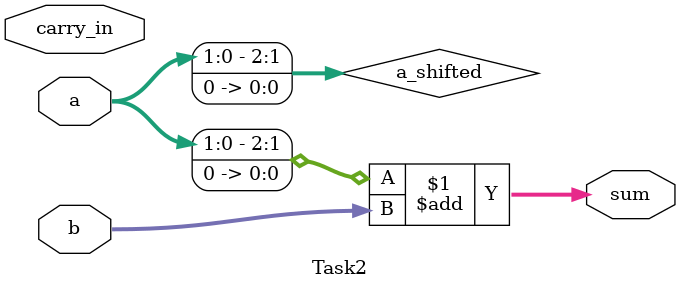
<source format=sv>
`timescale 1ns / 1ps

module Task2(
    input logic [1:0] a,
    input logic [3:0] b,
    input logic carry_in,
    output logic [3:0] sum
);

   
    logic [2:0] a_shifted;


    assign a_shifted = {a, 1'b0}; // Concatenation to add zero at the end and also shifting left


    assign sum = a_shifted + b;

endmodule

</source>
